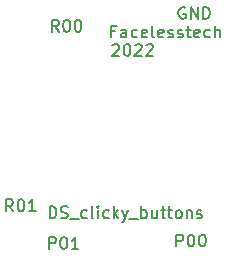
<source format=gbr>
%TF.GenerationSoftware,KiCad,Pcbnew,5.1.9+dfsg1-1*%
%TF.CreationDate,2022-05-26T09:54:06+01:00*%
%TF.ProjectId,ds_lite_clicky_buttons,64735f6c-6974-4655-9f63-6c69636b795f,rev?*%
%TF.SameCoordinates,Original*%
%TF.FileFunction,Legend,Top*%
%TF.FilePolarity,Positive*%
%FSLAX46Y46*%
G04 Gerber Fmt 4.6, Leading zero omitted, Abs format (unit mm)*
G04 Created by KiCad (PCBNEW 5.1.9+dfsg1-1) date 2022-05-26 09:54:06*
%MOMM*%
%LPD*%
G01*
G04 APERTURE LIST*
%ADD10C,0.150000*%
G04 APERTURE END LIST*
D10*
X136527708Y-102661980D02*
X136527708Y-101661980D01*
X136765803Y-101661980D01*
X136908660Y-101709600D01*
X137003899Y-101804838D01*
X137051518Y-101900076D01*
X137099137Y-102090552D01*
X137099137Y-102233409D01*
X137051518Y-102423885D01*
X137003899Y-102519123D01*
X136908660Y-102614361D01*
X136765803Y-102661980D01*
X136527708Y-102661980D01*
X137480089Y-102614361D02*
X137622946Y-102661980D01*
X137861041Y-102661980D01*
X137956280Y-102614361D01*
X138003899Y-102566742D01*
X138051518Y-102471504D01*
X138051518Y-102376266D01*
X138003899Y-102281028D01*
X137956280Y-102233409D01*
X137861041Y-102185790D01*
X137670565Y-102138171D01*
X137575327Y-102090552D01*
X137527708Y-102042933D01*
X137480089Y-101947695D01*
X137480089Y-101852457D01*
X137527708Y-101757219D01*
X137575327Y-101709600D01*
X137670565Y-101661980D01*
X137908660Y-101661980D01*
X138051518Y-101709600D01*
X138241994Y-102757219D02*
X139003899Y-102757219D01*
X139670565Y-102614361D02*
X139575327Y-102661980D01*
X139384851Y-102661980D01*
X139289613Y-102614361D01*
X139241994Y-102566742D01*
X139194375Y-102471504D01*
X139194375Y-102185790D01*
X139241994Y-102090552D01*
X139289613Y-102042933D01*
X139384851Y-101995314D01*
X139575327Y-101995314D01*
X139670565Y-102042933D01*
X140241994Y-102661980D02*
X140146756Y-102614361D01*
X140099137Y-102519123D01*
X140099137Y-101661980D01*
X140622946Y-102661980D02*
X140622946Y-101995314D01*
X140622946Y-101661980D02*
X140575327Y-101709600D01*
X140622946Y-101757219D01*
X140670565Y-101709600D01*
X140622946Y-101661980D01*
X140622946Y-101757219D01*
X141527708Y-102614361D02*
X141432470Y-102661980D01*
X141241994Y-102661980D01*
X141146756Y-102614361D01*
X141099137Y-102566742D01*
X141051518Y-102471504D01*
X141051518Y-102185790D01*
X141099137Y-102090552D01*
X141146756Y-102042933D01*
X141241994Y-101995314D01*
X141432470Y-101995314D01*
X141527708Y-102042933D01*
X141956280Y-102661980D02*
X141956280Y-101661980D01*
X142051518Y-102281028D02*
X142337232Y-102661980D01*
X142337232Y-101995314D02*
X141956280Y-102376266D01*
X142670565Y-101995314D02*
X142908660Y-102661980D01*
X143146756Y-101995314D02*
X142908660Y-102661980D01*
X142813422Y-102900076D01*
X142765803Y-102947695D01*
X142670565Y-102995314D01*
X143289613Y-102757219D02*
X144051518Y-102757219D01*
X144289613Y-102661980D02*
X144289613Y-101661980D01*
X144289613Y-102042933D02*
X144384851Y-101995314D01*
X144575327Y-101995314D01*
X144670565Y-102042933D01*
X144718184Y-102090552D01*
X144765803Y-102185790D01*
X144765803Y-102471504D01*
X144718184Y-102566742D01*
X144670565Y-102614361D01*
X144575327Y-102661980D01*
X144384851Y-102661980D01*
X144289613Y-102614361D01*
X145622946Y-101995314D02*
X145622946Y-102661980D01*
X145194375Y-101995314D02*
X145194375Y-102519123D01*
X145241994Y-102614361D01*
X145337232Y-102661980D01*
X145480089Y-102661980D01*
X145575327Y-102614361D01*
X145622946Y-102566742D01*
X145956280Y-101995314D02*
X146337232Y-101995314D01*
X146099137Y-101661980D02*
X146099137Y-102519123D01*
X146146756Y-102614361D01*
X146241994Y-102661980D01*
X146337232Y-102661980D01*
X146527708Y-101995314D02*
X146908660Y-101995314D01*
X146670565Y-101661980D02*
X146670565Y-102519123D01*
X146718184Y-102614361D01*
X146813422Y-102661980D01*
X146908660Y-102661980D01*
X147384851Y-102661980D02*
X147289613Y-102614361D01*
X147241994Y-102566742D01*
X147194375Y-102471504D01*
X147194375Y-102185790D01*
X147241994Y-102090552D01*
X147289613Y-102042933D01*
X147384851Y-101995314D01*
X147527708Y-101995314D01*
X147622946Y-102042933D01*
X147670565Y-102090552D01*
X147718184Y-102185790D01*
X147718184Y-102471504D01*
X147670565Y-102566742D01*
X147622946Y-102614361D01*
X147527708Y-102661980D01*
X147384851Y-102661980D01*
X148146756Y-101995314D02*
X148146756Y-102661980D01*
X148146756Y-102090552D02*
X148194375Y-102042933D01*
X148289613Y-101995314D01*
X148432470Y-101995314D01*
X148527708Y-102042933D01*
X148575327Y-102138171D01*
X148575327Y-102661980D01*
X149003899Y-102614361D02*
X149099137Y-102661980D01*
X149289613Y-102661980D01*
X149384851Y-102614361D01*
X149432470Y-102519123D01*
X149432470Y-102471504D01*
X149384851Y-102376266D01*
X149289613Y-102328647D01*
X149146756Y-102328647D01*
X149051518Y-102281028D01*
X149003899Y-102185790D01*
X149003899Y-102138171D01*
X149051518Y-102042933D01*
X149146756Y-101995314D01*
X149289613Y-101995314D01*
X149384851Y-102042933D01*
X142087815Y-86827051D02*
X141754481Y-86827051D01*
X141754481Y-87350860D02*
X141754481Y-86350860D01*
X142230672Y-86350860D01*
X143040196Y-87350860D02*
X143040196Y-86827051D01*
X142992577Y-86731813D01*
X142897339Y-86684194D01*
X142706862Y-86684194D01*
X142611624Y-86731813D01*
X143040196Y-87303241D02*
X142944958Y-87350860D01*
X142706862Y-87350860D01*
X142611624Y-87303241D01*
X142564005Y-87208003D01*
X142564005Y-87112765D01*
X142611624Y-87017527D01*
X142706862Y-86969908D01*
X142944958Y-86969908D01*
X143040196Y-86922289D01*
X143944958Y-87303241D02*
X143849720Y-87350860D01*
X143659243Y-87350860D01*
X143564005Y-87303241D01*
X143516386Y-87255622D01*
X143468767Y-87160384D01*
X143468767Y-86874670D01*
X143516386Y-86779432D01*
X143564005Y-86731813D01*
X143659243Y-86684194D01*
X143849720Y-86684194D01*
X143944958Y-86731813D01*
X144754481Y-87303241D02*
X144659243Y-87350860D01*
X144468767Y-87350860D01*
X144373529Y-87303241D01*
X144325910Y-87208003D01*
X144325910Y-86827051D01*
X144373529Y-86731813D01*
X144468767Y-86684194D01*
X144659243Y-86684194D01*
X144754481Y-86731813D01*
X144802100Y-86827051D01*
X144802100Y-86922289D01*
X144325910Y-87017527D01*
X145373529Y-87350860D02*
X145278291Y-87303241D01*
X145230672Y-87208003D01*
X145230672Y-86350860D01*
X146135434Y-87303241D02*
X146040196Y-87350860D01*
X145849720Y-87350860D01*
X145754481Y-87303241D01*
X145706862Y-87208003D01*
X145706862Y-86827051D01*
X145754481Y-86731813D01*
X145849720Y-86684194D01*
X146040196Y-86684194D01*
X146135434Y-86731813D01*
X146183053Y-86827051D01*
X146183053Y-86922289D01*
X145706862Y-87017527D01*
X146564005Y-87303241D02*
X146659243Y-87350860D01*
X146849720Y-87350860D01*
X146944958Y-87303241D01*
X146992577Y-87208003D01*
X146992577Y-87160384D01*
X146944958Y-87065146D01*
X146849720Y-87017527D01*
X146706862Y-87017527D01*
X146611624Y-86969908D01*
X146564005Y-86874670D01*
X146564005Y-86827051D01*
X146611624Y-86731813D01*
X146706862Y-86684194D01*
X146849720Y-86684194D01*
X146944958Y-86731813D01*
X147373529Y-87303241D02*
X147468767Y-87350860D01*
X147659243Y-87350860D01*
X147754481Y-87303241D01*
X147802100Y-87208003D01*
X147802100Y-87160384D01*
X147754481Y-87065146D01*
X147659243Y-87017527D01*
X147516386Y-87017527D01*
X147421148Y-86969908D01*
X147373529Y-86874670D01*
X147373529Y-86827051D01*
X147421148Y-86731813D01*
X147516386Y-86684194D01*
X147659243Y-86684194D01*
X147754481Y-86731813D01*
X148087815Y-86684194D02*
X148468767Y-86684194D01*
X148230672Y-86350860D02*
X148230672Y-87208003D01*
X148278291Y-87303241D01*
X148373529Y-87350860D01*
X148468767Y-87350860D01*
X149183053Y-87303241D02*
X149087815Y-87350860D01*
X148897339Y-87350860D01*
X148802100Y-87303241D01*
X148754481Y-87208003D01*
X148754481Y-86827051D01*
X148802100Y-86731813D01*
X148897339Y-86684194D01*
X149087815Y-86684194D01*
X149183053Y-86731813D01*
X149230672Y-86827051D01*
X149230672Y-86922289D01*
X148754481Y-87017527D01*
X150087815Y-87303241D02*
X149992577Y-87350860D01*
X149802100Y-87350860D01*
X149706862Y-87303241D01*
X149659243Y-87255622D01*
X149611624Y-87160384D01*
X149611624Y-86874670D01*
X149659243Y-86779432D01*
X149706862Y-86731813D01*
X149802100Y-86684194D01*
X149992577Y-86684194D01*
X150087815Y-86731813D01*
X150516386Y-87350860D02*
X150516386Y-86350860D01*
X150944958Y-87350860D02*
X150944958Y-86827051D01*
X150897339Y-86731813D01*
X150802100Y-86684194D01*
X150659243Y-86684194D01*
X150564005Y-86731813D01*
X150516386Y-86779432D01*
X141851594Y-88005659D02*
X141899213Y-87958040D01*
X141994451Y-87910420D01*
X142232546Y-87910420D01*
X142327784Y-87958040D01*
X142375403Y-88005659D01*
X142423022Y-88100897D01*
X142423022Y-88196135D01*
X142375403Y-88338992D01*
X141803975Y-88910420D01*
X142423022Y-88910420D01*
X143042070Y-87910420D02*
X143137308Y-87910420D01*
X143232546Y-87958040D01*
X143280165Y-88005659D01*
X143327784Y-88100897D01*
X143375403Y-88291373D01*
X143375403Y-88529468D01*
X143327784Y-88719944D01*
X143280165Y-88815182D01*
X143232546Y-88862801D01*
X143137308Y-88910420D01*
X143042070Y-88910420D01*
X142946832Y-88862801D01*
X142899213Y-88815182D01*
X142851594Y-88719944D01*
X142803975Y-88529468D01*
X142803975Y-88291373D01*
X142851594Y-88100897D01*
X142899213Y-88005659D01*
X142946832Y-87958040D01*
X143042070Y-87910420D01*
X143756356Y-88005659D02*
X143803975Y-87958040D01*
X143899213Y-87910420D01*
X144137308Y-87910420D01*
X144232546Y-87958040D01*
X144280165Y-88005659D01*
X144327784Y-88100897D01*
X144327784Y-88196135D01*
X144280165Y-88338992D01*
X143708737Y-88910420D01*
X144327784Y-88910420D01*
X144708737Y-88005659D02*
X144756356Y-87958040D01*
X144851594Y-87910420D01*
X145089689Y-87910420D01*
X145184927Y-87958040D01*
X145232546Y-88005659D01*
X145280165Y-88100897D01*
X145280165Y-88196135D01*
X145232546Y-88338992D01*
X144661118Y-88910420D01*
X145280165Y-88910420D01*
%TO.C,R00*%
X137314702Y-86858100D02*
X136981369Y-86381910D01*
X136743274Y-86858100D02*
X136743274Y-85858100D01*
X137124226Y-85858100D01*
X137219464Y-85905720D01*
X137267083Y-85953339D01*
X137314702Y-86048577D01*
X137314702Y-86191434D01*
X137267083Y-86286672D01*
X137219464Y-86334291D01*
X137124226Y-86381910D01*
X136743274Y-86381910D01*
X137933750Y-85858100D02*
X138028988Y-85858100D01*
X138124226Y-85905720D01*
X138171845Y-85953339D01*
X138219464Y-86048577D01*
X138267083Y-86239053D01*
X138267083Y-86477148D01*
X138219464Y-86667624D01*
X138171845Y-86762862D01*
X138124226Y-86810481D01*
X138028988Y-86858100D01*
X137933750Y-86858100D01*
X137838512Y-86810481D01*
X137790893Y-86762862D01*
X137743274Y-86667624D01*
X137695655Y-86477148D01*
X137695655Y-86239053D01*
X137743274Y-86048577D01*
X137790893Y-85953339D01*
X137838512Y-85905720D01*
X137933750Y-85858100D01*
X138886131Y-85858100D02*
X138981369Y-85858100D01*
X139076607Y-85905720D01*
X139124226Y-85953339D01*
X139171845Y-86048577D01*
X139219464Y-86239053D01*
X139219464Y-86477148D01*
X139171845Y-86667624D01*
X139124226Y-86762862D01*
X139076607Y-86810481D01*
X138981369Y-86858100D01*
X138886131Y-86858100D01*
X138790893Y-86810481D01*
X138743274Y-86762862D01*
X138695655Y-86667624D01*
X138648036Y-86477148D01*
X138648036Y-86239053D01*
X138695655Y-86048577D01*
X138743274Y-85953339D01*
X138790893Y-85905720D01*
X138886131Y-85858100D01*
%TO.C,R01*%
X133433582Y-102057460D02*
X133100249Y-101581270D01*
X132862154Y-102057460D02*
X132862154Y-101057460D01*
X133243106Y-101057460D01*
X133338344Y-101105080D01*
X133385963Y-101152699D01*
X133433582Y-101247937D01*
X133433582Y-101390794D01*
X133385963Y-101486032D01*
X133338344Y-101533651D01*
X133243106Y-101581270D01*
X132862154Y-101581270D01*
X134052630Y-101057460D02*
X134147868Y-101057460D01*
X134243106Y-101105080D01*
X134290725Y-101152699D01*
X134338344Y-101247937D01*
X134385963Y-101438413D01*
X134385963Y-101676508D01*
X134338344Y-101866984D01*
X134290725Y-101962222D01*
X134243106Y-102009841D01*
X134147868Y-102057460D01*
X134052630Y-102057460D01*
X133957392Y-102009841D01*
X133909773Y-101962222D01*
X133862154Y-101866984D01*
X133814535Y-101676508D01*
X133814535Y-101438413D01*
X133862154Y-101247937D01*
X133909773Y-101152699D01*
X133957392Y-101105080D01*
X134052630Y-101057460D01*
X135338344Y-102057460D02*
X134766916Y-102057460D01*
X135052630Y-102057460D02*
X135052630Y-101057460D01*
X134957392Y-101200318D01*
X134862154Y-101295556D01*
X134766916Y-101343175D01*
%TO.C,P00*%
X147269034Y-105049580D02*
X147269034Y-104049580D01*
X147649986Y-104049580D01*
X147745224Y-104097200D01*
X147792843Y-104144819D01*
X147840462Y-104240057D01*
X147840462Y-104382914D01*
X147792843Y-104478152D01*
X147745224Y-104525771D01*
X147649986Y-104573390D01*
X147269034Y-104573390D01*
X148459510Y-104049580D02*
X148554748Y-104049580D01*
X148649986Y-104097200D01*
X148697605Y-104144819D01*
X148745224Y-104240057D01*
X148792843Y-104430533D01*
X148792843Y-104668628D01*
X148745224Y-104859104D01*
X148697605Y-104954342D01*
X148649986Y-105001961D01*
X148554748Y-105049580D01*
X148459510Y-105049580D01*
X148364272Y-105001961D01*
X148316653Y-104954342D01*
X148269034Y-104859104D01*
X148221415Y-104668628D01*
X148221415Y-104430533D01*
X148269034Y-104240057D01*
X148316653Y-104144819D01*
X148364272Y-104097200D01*
X148459510Y-104049580D01*
X149411891Y-104049580D02*
X149507129Y-104049580D01*
X149602367Y-104097200D01*
X149649986Y-104144819D01*
X149697605Y-104240057D01*
X149745224Y-104430533D01*
X149745224Y-104668628D01*
X149697605Y-104859104D01*
X149649986Y-104954342D01*
X149602367Y-105001961D01*
X149507129Y-105049580D01*
X149411891Y-105049580D01*
X149316653Y-105001961D01*
X149269034Y-104954342D01*
X149221415Y-104859104D01*
X149173796Y-104668628D01*
X149173796Y-104430533D01*
X149221415Y-104240057D01*
X149269034Y-104144819D01*
X149316653Y-104097200D01*
X149411891Y-104049580D01*
%TO.C,P01*%
X136499434Y-105262940D02*
X136499434Y-104262940D01*
X136880386Y-104262940D01*
X136975624Y-104310560D01*
X137023243Y-104358179D01*
X137070862Y-104453417D01*
X137070862Y-104596274D01*
X137023243Y-104691512D01*
X136975624Y-104739131D01*
X136880386Y-104786750D01*
X136499434Y-104786750D01*
X137689910Y-104262940D02*
X137785148Y-104262940D01*
X137880386Y-104310560D01*
X137928005Y-104358179D01*
X137975624Y-104453417D01*
X138023243Y-104643893D01*
X138023243Y-104881988D01*
X137975624Y-105072464D01*
X137928005Y-105167702D01*
X137880386Y-105215321D01*
X137785148Y-105262940D01*
X137689910Y-105262940D01*
X137594672Y-105215321D01*
X137547053Y-105167702D01*
X137499434Y-105072464D01*
X137451815Y-104881988D01*
X137451815Y-104643893D01*
X137499434Y-104453417D01*
X137547053Y-104358179D01*
X137594672Y-104310560D01*
X137689910Y-104262940D01*
X138975624Y-105262940D02*
X138404196Y-105262940D01*
X138689910Y-105262940D02*
X138689910Y-104262940D01*
X138594672Y-104405798D01*
X138499434Y-104501036D01*
X138404196Y-104548655D01*
%TO.C,GND*%
X148005895Y-84828760D02*
X147910657Y-84781140D01*
X147767800Y-84781140D01*
X147624942Y-84828760D01*
X147529704Y-84923998D01*
X147482085Y-85019236D01*
X147434466Y-85209712D01*
X147434466Y-85352569D01*
X147482085Y-85543045D01*
X147529704Y-85638283D01*
X147624942Y-85733521D01*
X147767800Y-85781140D01*
X147863038Y-85781140D01*
X148005895Y-85733521D01*
X148053514Y-85685902D01*
X148053514Y-85352569D01*
X147863038Y-85352569D01*
X148482085Y-85781140D02*
X148482085Y-84781140D01*
X149053514Y-85781140D01*
X149053514Y-84781140D01*
X149529704Y-85781140D02*
X149529704Y-84781140D01*
X149767800Y-84781140D01*
X149910657Y-84828760D01*
X150005895Y-84923998D01*
X150053514Y-85019236D01*
X150101133Y-85209712D01*
X150101133Y-85352569D01*
X150053514Y-85543045D01*
X150005895Y-85638283D01*
X149910657Y-85733521D01*
X149767800Y-85781140D01*
X149529704Y-85781140D01*
%TD*%
M02*

</source>
